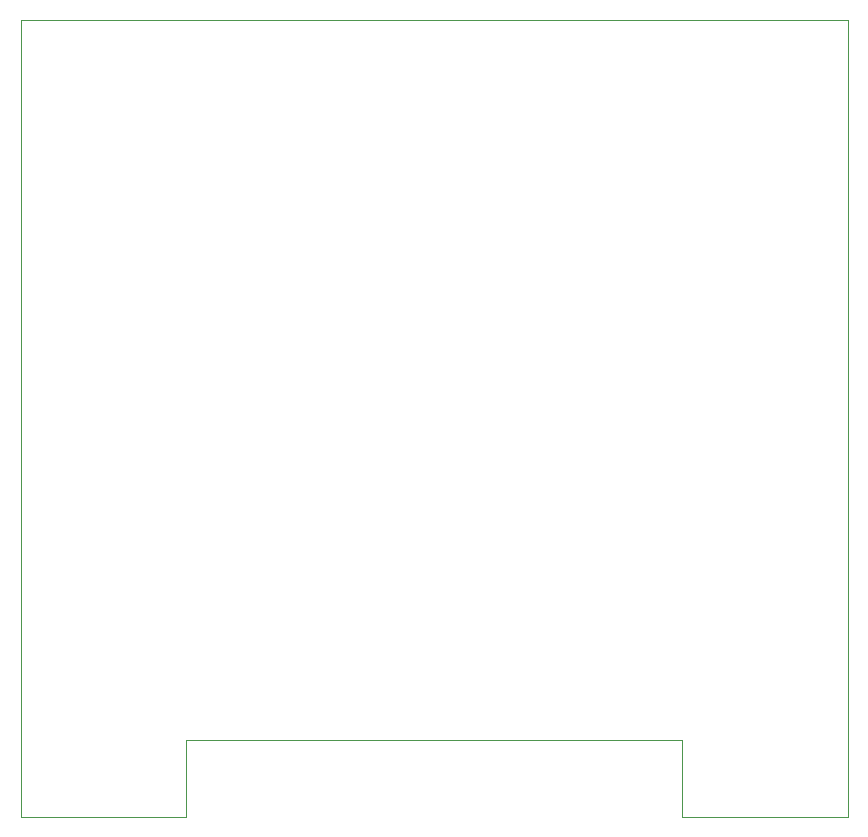
<source format=gbr>
G04 EdaTools v1.0. *
G04 EdaTools CAM processor. Gerber generator. *
G04 BEGIN HEADER *
%TF.FileFunction,Profile,NP*%
%TF.FilePolarity,Positive*%
%MOMM*%
%FSLAX35Y35*%
%OFA0B0*%
%IPPOS*%
G04 END HEADER *
G04 BEGIN MACROS *
%AMM0*21,1,$1,$2-$3-$3,0,0,$4*
21,1,$1-$3-$3,$2,0,0,$4*
$5=$1/2*
$6=$2/2*
$7=2x$3*
1,1,$7,$5-$3,$6-$3,$4*
1,1,$7,-$5+$3,$6-$3,$4*
1,1,$7,-$5+$3,-$6+$3,$4*
1,1,$7,$5-$3,-$6+$3,$4*%
%AMM1*21,1,$1,$2,0,0,$4*
1,0,$3,0,0,0*%
G04 END MACROS *
G04 BEGIN APERTURES *
%ADD52C,0.01*%
G04 END APERTURES *
G04 BEGIN IMAGE *
D52*
D02*
X01400000D01*
D02*
Y00650000D01*
D02*
X05600000D01*
D02*
Y00000000D01*
D02*
X07000000D01*
D02*
Y06750000D01*
D02*
X00000000D01*
D02*
Y00000000D01*
G04 END IMAGE *
M02*

</source>
